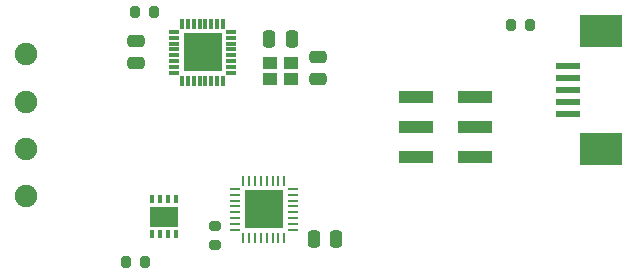
<source format=gbr>
%TF.GenerationSoftware,KiCad,Pcbnew,9.0.0*%
%TF.CreationDate,2026-02-06T13:22:11+01:00*%
%TF.ProjectId,Integrated_ACG_separate_v2,496e7465-6772-4617-9465-645f4143475f,rev?*%
%TF.SameCoordinates,Original*%
%TF.FileFunction,Soldermask,Bot*%
%TF.FilePolarity,Negative*%
%FSLAX46Y46*%
G04 Gerber Fmt 4.6, Leading zero omitted, Abs format (unit mm)*
G04 Created by KiCad (PCBNEW 9.0.0) date 2026-02-06 13:22:11*
%MOMM*%
%LPD*%
G01*
G04 APERTURE LIST*
G04 Aperture macros list*
%AMRoundRect*
0 Rectangle with rounded corners*
0 $1 Rounding radius*
0 $2 $3 $4 $5 $6 $7 $8 $9 X,Y pos of 4 corners*
0 Add a 4 corners polygon primitive as box body*
4,1,4,$2,$3,$4,$5,$6,$7,$8,$9,$2,$3,0*
0 Add four circle primitives for the rounded corners*
1,1,$1+$1,$2,$3*
1,1,$1+$1,$4,$5*
1,1,$1+$1,$6,$7*
1,1,$1+$1,$8,$9*
0 Add four rect primitives between the rounded corners*
20,1,$1+$1,$2,$3,$4,$5,0*
20,1,$1+$1,$4,$5,$6,$7,0*
20,1,$1+$1,$6,$7,$8,$9,0*
20,1,$1+$1,$8,$9,$2,$3,0*%
G04 Aperture macros list end*
%ADD10R,3.300000X3.300000*%
%ADD11RoundRect,0.062500X-0.375000X0.062500X-0.375000X-0.062500X0.375000X-0.062500X0.375000X0.062500X0*%
%ADD12RoundRect,0.062500X-0.062500X0.375000X-0.062500X-0.375000X0.062500X-0.375000X0.062500X0.375000X0*%
%ADD13RoundRect,0.250000X-0.250000X-0.475000X0.250000X-0.475000X0.250000X0.475000X-0.250000X0.475000X0*%
%ADD14R,3.000000X1.000000*%
%ADD15R,1.150000X1.000000*%
%ADD16R,2.000000X0.610000*%
%ADD17R,3.600000X2.680000*%
%ADD18RoundRect,0.200000X-0.200000X-0.275000X0.200000X-0.275000X0.200000X0.275000X-0.200000X0.275000X0*%
%ADD19RoundRect,0.250000X0.250000X0.475000X-0.250000X0.475000X-0.250000X-0.475000X0.250000X-0.475000X0*%
%ADD20RoundRect,0.200000X0.200000X0.275000X-0.200000X0.275000X-0.200000X-0.275000X0.200000X-0.275000X0*%
%ADD21RoundRect,0.250000X0.475000X-0.250000X0.475000X0.250000X-0.475000X0.250000X-0.475000X-0.250000X0*%
%ADD22RoundRect,0.200000X-0.275000X0.200000X-0.275000X-0.200000X0.275000X-0.200000X0.275000X0.200000X0*%
%ADD23R,0.850000X0.300000*%
%ADD24R,0.300000X0.850000*%
%ADD25R,3.200000X3.200000*%
%ADD26R,0.305600X0.757199*%
%ADD27R,2.438400X1.651000*%
%ADD28C,1.905000*%
G04 APERTURE END LIST*
D10*
%TO.C,U1*%
X227600000Y-149812500D03*
D11*
X225162500Y-148062500D03*
X225162500Y-148562500D03*
X225162500Y-149062500D03*
X225162500Y-149562500D03*
X225162500Y-150062500D03*
X225162500Y-150562500D03*
X225162500Y-151062500D03*
X225162500Y-151562500D03*
D12*
X225850000Y-152250000D03*
X226350000Y-152250000D03*
X226850000Y-152250000D03*
X227350000Y-152250000D03*
X227850000Y-152250000D03*
X228350000Y-152250000D03*
X228850000Y-152250000D03*
X229350000Y-152250000D03*
D11*
X230037500Y-151562500D03*
X230037500Y-151062500D03*
X230037500Y-150562500D03*
X230037500Y-150062500D03*
X230037500Y-149562500D03*
X230037500Y-149062500D03*
X230037500Y-148562500D03*
X230037500Y-148062500D03*
D12*
X229350000Y-147375000D03*
X228850000Y-147375000D03*
X228350000Y-147375000D03*
X227850000Y-147375000D03*
X227350000Y-147375000D03*
X226850000Y-147375000D03*
X226350000Y-147375000D03*
X225850000Y-147375000D03*
%TD*%
D13*
%TO.C,C3*%
X228060000Y-135400000D03*
X229960000Y-135400000D03*
%TD*%
D14*
%TO.C,J2*%
X245530000Y-145410000D03*
X240490000Y-145410000D03*
X245530000Y-142870000D03*
X240490000Y-142870000D03*
X245530000Y-140330000D03*
X240490000Y-140330000D03*
%TD*%
D15*
%TO.C,Y1*%
X228130000Y-137390000D03*
X229880000Y-137390000D03*
X229880000Y-138790000D03*
X228130000Y-138790000D03*
%TD*%
D16*
%TO.C,J3*%
X253360000Y-137690000D03*
X253360000Y-138690000D03*
X253360000Y-139690000D03*
X253360000Y-140690000D03*
X253360000Y-141690000D03*
D17*
X256160000Y-134700000D03*
X256160000Y-144680000D03*
%TD*%
D18*
%TO.C,R2*%
X216675000Y-133080000D03*
X218325000Y-133080000D03*
%TD*%
D19*
%TO.C,C1*%
X233730000Y-152290000D03*
X231830000Y-152290000D03*
%TD*%
D20*
%TO.C,R3*%
X217575000Y-154250000D03*
X215925000Y-154250000D03*
%TD*%
D21*
%TO.C,C2*%
X216750000Y-137410000D03*
X216750000Y-135510000D03*
%TD*%
D22*
%TO.C,R1*%
X223460000Y-151195000D03*
X223460000Y-152845000D03*
%TD*%
D23*
%TO.C,IC1*%
X224870000Y-134770000D03*
X224870000Y-135270000D03*
X224870000Y-135770000D03*
X224870000Y-136270000D03*
X224870000Y-136770000D03*
X224870000Y-137270000D03*
X224870000Y-137770000D03*
X224870000Y-138270000D03*
D24*
X224170000Y-138970000D03*
X223670000Y-138970000D03*
X223170000Y-138970000D03*
X222670000Y-138970000D03*
X222170000Y-138970000D03*
X221670000Y-138970000D03*
X221170000Y-138970000D03*
X220670000Y-138970000D03*
D23*
X219970000Y-138270000D03*
X219970000Y-137770000D03*
X219970000Y-137270000D03*
X219970000Y-136770000D03*
X219970000Y-136270000D03*
X219970000Y-135770000D03*
X219970000Y-135270000D03*
X219970000Y-134770000D03*
D24*
X220670000Y-134070000D03*
X221170000Y-134070000D03*
X221670000Y-134070000D03*
X222170000Y-134070000D03*
X222670000Y-134070000D03*
X223170000Y-134070000D03*
X223670000Y-134070000D03*
X224170000Y-134070000D03*
D25*
X222420000Y-136520000D03*
%TD*%
D20*
%TO.C,R5*%
X250185000Y-134230000D03*
X248535000Y-134230000D03*
%TD*%
D21*
%TO.C,C4*%
X232170000Y-138810000D03*
X232170000Y-136910000D03*
%TD*%
D26*
%TO.C,U2*%
X220160000Y-151890000D03*
X219499600Y-151890000D03*
X218839200Y-151890000D03*
X218178800Y-151890000D03*
X218178800Y-148948400D03*
X218839200Y-148948400D03*
X219499600Y-148948400D03*
X220160000Y-148948400D03*
D27*
X219169400Y-150419200D03*
%TD*%
D28*
%TO.C,J1*%
X207510005Y-148679893D03*
X207510005Y-144679893D03*
X207510005Y-140679893D03*
X207510005Y-136679893D03*
%TD*%
M02*

</source>
